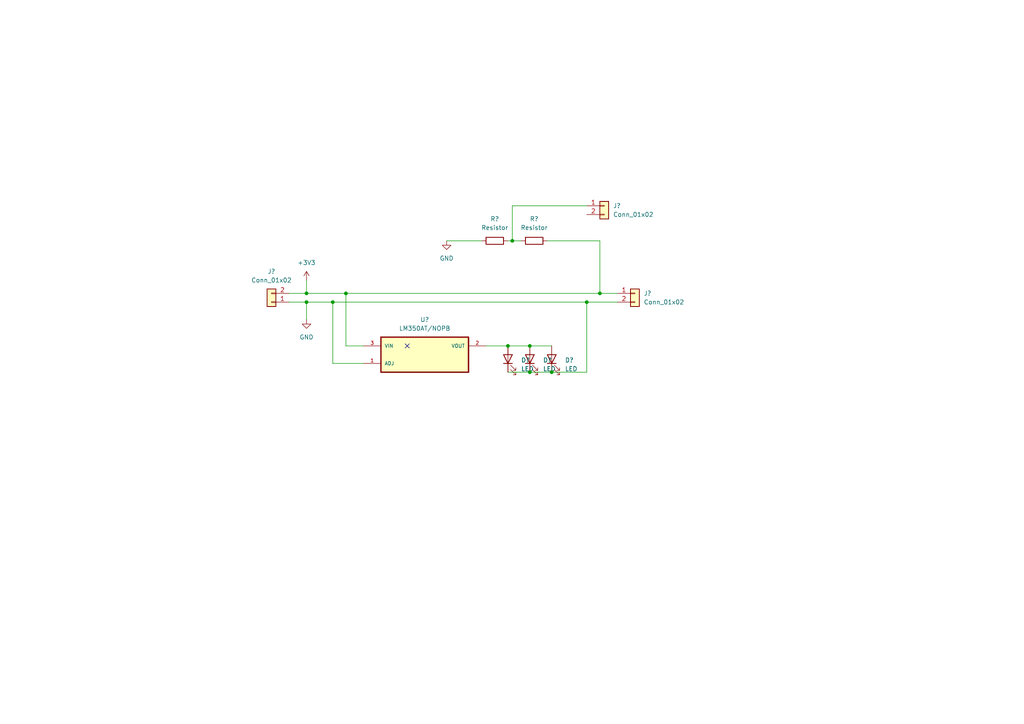
<source format=kicad_sch>
(kicad_sch (version 20211123) (generator eeschema)
  (paper "A4")
  (lib_symbols
    (symbol "RCAS_Connectors_Generic:Conn_01x02" (pin_names (offset 1.016) hide)
      (property "Reference" "J" (at 0 2.54 0))
      (property "Value" "Conn_01x02" (at 0 -5.08 0))
      (symbol "Conn_01x02_1_1"
        (rectangle (start -1.27 -2.413) (end 0 -2.667) (stroke (width 0.1524)))
        (rectangle (start -1.27 0.127) (end 0 -0.127) (stroke (width 0.1524)))
        (rectangle (start -1.27 1.27) (end 1.27 -3.81) (stroke (width 0.254)) (fill (type background)))
        (pin passive line (at -5.08 0 0) (length 3.81) (name "Pin_1") (number "1"))
        (pin passive line (at -5.08 -2.54 0) (length 3.81) (name "Pin_2") (number "2"))
      )
    )
    (symbol "RCAS_LEDs:LED" (pin_numbers hide) (pin_names (offset 1.016) hide)
      (property "Reference" "D" (at 0 2.54 0))
      (property "Value" "LED" (at 0 -2.54 0))
      (symbol "LED_0_1"
        (polyline (pts (xy -1.27 -1.27) (xy -1.27 1.27)) (stroke (width 0.254)))
        (polyline (pts (xy -1.27 0) (xy 1.27 0)))
        (polyline (pts (xy 1.27 -1.27) (xy 1.27 1.27) (xy -1.27 0) (xy 1.27 -1.27)) (stroke (width 0.254)))
        (polyline (pts (xy -3.048 -0.762) (xy -4.572 -2.286) (xy -3.81 -2.286) (xy -4.572 -2.286) (xy -4.572 -1.524)))
        (polyline (pts (xy -1.778 -0.762) (xy -3.302 -2.286) (xy -2.54 -2.286) (xy -3.302 -2.286) (xy -3.302 -1.524)))
      )
      (symbol "LED_1_1"
        (pin passive line (at -3.81 0 0) (length 2.54) (name "K") (number "1"))
        (pin passive line (at 3.81 0 180) (length 2.54) (name "A") (number "2"))
      )
    )
    (symbol "RCAS_LM350AT_NOPB:LM350AT{slash}NOPB" (pin_names (offset 1.016))
      (property "Reference" "U" (at -12.7 6.0706 0))
      (property "Value" "LM350AT{slash}NOPB" (at -12.7 -9.0678 0))
      (symbol "LM350AT{slash}NOPB_0_0"
        (rectangle (start -12.7 -5.08) (end 12.7 5.08) (stroke (width 0.4064)) (fill (type background)))
        (pin bidirectional line (at -17.78 -2.54 0) (length 5.08) (name "ADJ") (number "1"))
        (pin output line (at 17.78 2.54 180) (length 5.08) (name "VOUT") (number "2"))
        (pin input line (at -17.78 2.54 0) (length 5.08) (name "VIN") (number "3"))
      )
    )
    (symbol "RCAS_Passives:Resistor" (pin_numbers hide) (pin_names (offset 0))
      (property "Reference" "R" (at 2.032 0 90))
      (property "Value" "Resistor" (at 0 0 90))
      (symbol "Resistor_0_1"
        (rectangle (start -1.016 -2.54) (end 1.016 2.54) (stroke (width 0.254)))
      )
      (symbol "Resistor_1_1"
        (pin passive line (at 0 3.81 270) (length 1.27) (name "~") (number "1"))
        (pin passive line (at 0 -3.81 90) (length 1.27) (name "~") (number "2"))
      )
    )
    (symbol "RCAS_Power_Symbols:+3V3" (power) (pin_names (offset 0))
      (property "Value" "+3V3" (at 0 3.556 0))
      (symbol "+3V3_0_1"
        (polyline (pts (xy -0.762 1.27) (xy 0 2.54)))
        (polyline (pts (xy 0 0) (xy 0 2.54)))
        (polyline (pts (xy 0 2.54) (xy 0.762 1.27)))
      )
      (symbol "+3V3_1_1"
        (pin power_in line (at 0 0 90) (length 0) hide (name "+3V3") (number "1"))
      )
    )
    (symbol "RCAS_Power_Symbols:GND" (power) (pin_names (offset 0))
      (property "Value" "GND" (at 0 -3.81 0))
      (symbol "GND_0_1"
        (polyline (pts (xy 0 0) (xy 0 -1.27) (xy 1.27 -1.27) (xy 0 -2.54) (xy -1.27 -1.27) (xy 0 -1.27)))
      )
      (symbol "GND_1_1"
        (pin power_in line (at 0 0 270) (length 0) hide (name "GND") (number "1"))
      )
    )
  )
  (junction (at 96.52 87.63))
  (junction (at 153.67 107.95))
  (junction (at 153.67 100.33))
  (junction (at 88.9 85.09))
  (junction (at 88.9 87.63))
  (junction (at 173.99 85.09))
  (junction (at 170.18 87.63))
  (junction (at 147.32 100.33))
  (junction (at 160.02 107.95))
  (junction (at 100.33 85.09))
  (junction (at 148.59 69.85))
  (no_connect (at 118.11 100.33))
  (wire (pts (xy 147.32 69.85) (xy 148.59 69.85)))
  (wire (pts (xy 173.99 85.09) (xy 173.99 69.85)))
  (wire (pts (xy 129.54 69.85) (xy 139.7 69.85)))
  (wire (pts (xy 140.97 100.33) (xy 147.32 100.33)))
  (wire (pts (xy 100.33 85.09) (xy 173.99 85.09)))
  (wire (pts (xy 147.32 100.33) (xy 153.67 100.33)))
  (wire (pts (xy 83.82 87.63) (xy 88.9 87.63)))
  (wire (pts (xy 173.99 85.09) (xy 179.07 85.09)))
  (wire (pts (xy 88.9 87.63) (xy 96.52 87.63)))
  (wire (pts (xy 96.52 87.63) (xy 170.18 87.63)))
  (wire (pts (xy 148.59 69.85) (xy 148.59 59.69)))
  (wire (pts (xy 158.75 69.85) (xy 173.99 69.85)))
  (wire (pts (xy 148.59 59.69) (xy 170.18 59.69)))
  (wire (pts (xy 83.82 85.09) (xy 88.9 85.09)))
  (wire (pts (xy 160.02 107.95) (xy 170.18 107.95)))
  (wire (pts (xy 88.9 87.63) (xy 88.9 92.71)))
  (wire (pts (xy 170.18 87.63) (xy 170.18 107.95)))
  (wire (pts (xy 153.67 100.33) (xy 160.02 100.33)))
  (wire (pts (xy 88.9 85.09) (xy 100.33 85.09)))
  (wire (pts (xy 153.67 107.95) (xy 160.02 107.95)))
  (wire (pts (xy 100.33 100.33) (xy 100.33 85.09)))
  (wire (pts (xy 88.9 81.28) (xy 88.9 85.09)))
  (wire (pts (xy 96.52 105.41) (xy 96.52 87.63)))
  (wire (pts (xy 105.41 100.33) (xy 100.33 100.33)))
  (wire (pts (xy 105.41 105.41) (xy 96.52 105.41)))
  (wire (pts (xy 148.59 69.85) (xy 151.13 69.85)))
  (wire (pts (xy 147.32 107.95) (xy 153.67 107.95)))
  (wire (pts (xy 170.18 87.63) (xy 179.07 87.63)))
  (symbol (lib_id "RCAS_Passives:Resistor") (at 143.51 69.85 90) (unit 1)
    (property "Reference" "R?" (at 143.51 63.5 90))
    (property "Value" "Resistor" (at 143.51 66.04 90))
    (property "Footprint" "RCAS_Resistor_SMD:R_0201_0603Metric" (effects hide))
  )
  (symbol (lib_id "RCAS_Connectors_Generic:Conn_01x02") (at 78.74 87.63 180) (unit 1)
    (property "Reference" "J?" (at 78.74 78.74 0))
    (property "Value" "Conn_01x02" (at 78.74 81.28 0))
    (property "Footprint" "RCAS_Connector_Molex:Molex_Mini-Fit_Jr_5566-02A_2x01_P4.20mm_Vertical" (effects hide))
  )
  (symbol (lib_id "RCAS_Connectors_Generic:Conn_01x02") (at 184.15 85.09 0) (unit 1)
    (property "Reference" "J?" (at 186.69 85.0899 0) (effects (justify left)))
    (property "Value" "Conn_01x02" (at 186.69 87.6299 0) (effects (justify left)))
    (property "Footprint" "RCAS_Connector_Molex:Molex_Mini-Fit_Jr_5566-02A_2x01_P4.20mm_Vertical" (effects hide))
  )
  (symbol (lib_id "RCAS_LEDs:LED") (at 147.32 104.14 90) (unit 1)
    (property "Reference" "D?" (at 151.13 104.4574 90) (effects (justify right)))
    (property "Value" "LED" (at 151.13 106.9974 90) (effects (justify right)))
  )
  (symbol (lib_id "RCAS_Power_Symbols:GND") (at 88.9 92.71 0) (unit 1)
    (property "Reference" "#PWR?" (effects hide))
    (property "Value" "GND" (at 88.9 97.79 0))
  )
  (symbol (lib_id "RCAS_Passives:Resistor") (at 154.94 69.85 90) (unit 1)
    (property "Reference" "R?" (at 154.94 63.5 90))
    (property "Value" "Resistor" (at 154.94 66.04 90))
    (property "Footprint" "RCAS_Resistor_SMD:R_0201_0603Metric" (effects hide))
  )
  (symbol (lib_id "RCAS_LM350AT_NOPB:LM350AT{slash}NOPB") (at 123.19 102.87 0) (unit 1)
    (property "Reference" "U?" (at 123.19 92.71 0))
    (property "Value" "LM350AT/NOPB" (at 123.19 95.25 0))
    (property "Footprint" "TO254P1054X470X1955-3" (effects hide))
  )
  (symbol (lib_id "RCAS_Connectors_Generic:Conn_01x02") (at 175.26 59.69 0) (unit 1)
    (property "Reference" "J?" (at 177.8 59.6899 0) (effects (justify left)))
    (property "Value" "Conn_01x02" (at 177.8 62.2299 0) (effects (justify left)))
    (property "Footprint" "RCAS_Connector_Molex:Molex_Mini-Fit_Jr_5566-02A_2x01_P4.20mm_Vertical" (effects hide))
  )
  (symbol (lib_id "RCAS_LEDs:LED") (at 160.02 104.14 90) (unit 1)
    (property "Reference" "D?" (at 163.83 104.4574 90) (effects (justify right)))
    (property "Value" "LED" (at 163.83 106.9974 90) (effects (justify right)))
    (property "Footprint" "RCAS_Diode_SMD:D_0201_0603Metric" (effects hide))
  )
  (symbol (lib_id "RCAS_Power_Symbols:+3V3") (at 88.9 81.28 0) (unit 1)
    (property "Reference" "#PWR?" (effects hide))
    (property "Value" "+3V3" (at 88.9 76.2 0))
  )
  (symbol (lib_id "RCAS_LEDs:LED") (at 153.67 104.14 90) (unit 1)
    (property "Reference" "D?" (at 157.48 104.4574 90) (effects (justify right)))
    (property "Value" "LED" (at 157.48 106.9974 90) (effects (justify right)))
  )
  (symbol (lib_id "RCAS_Power_Symbols:GND") (at 129.54 69.85 0) (unit 1)
    (property "Reference" "#PWR?" (effects hide))
    (property "Value" "GND" (at 129.54 74.93 0))
  )
)
</source>
